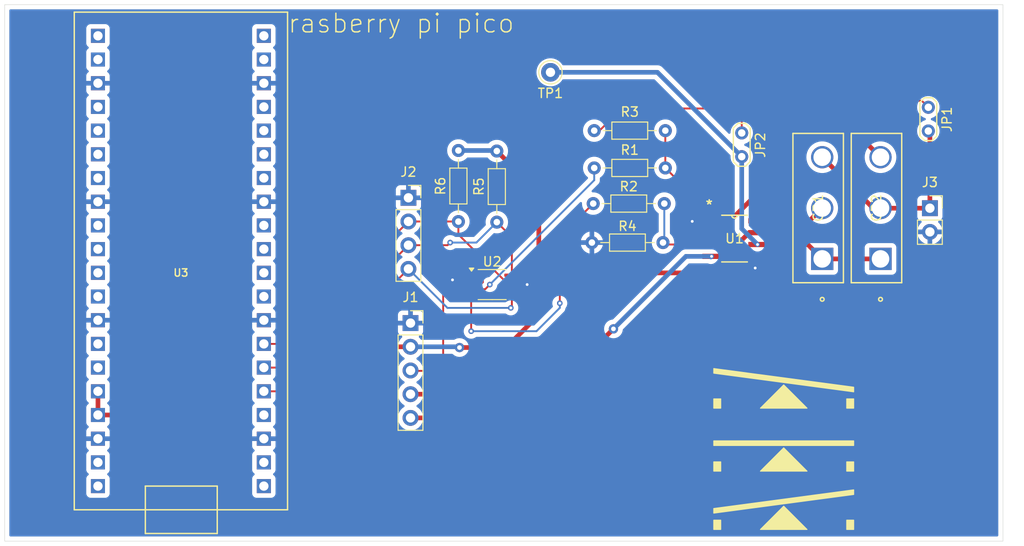
<source format=kicad_pcb>
(kicad_pcb (version 20240108) (generator "pcbnew") (generator_version "8.0")
  (title_block (title "Teeter Totter PCB") (date "2025-02-07") (rev "o"))
  (layers (0 "F.Cu" signal) (31 "B.Cu" signal) (34 "B.Paste" user) (35 "F.Paste" user) (36 "B.SilkS" user "B.Silkscreen") (37 "F.SilkS" user "F.Silkscreen") (38 "B.Mask" user) (39 "F.Mask" user) (44 "Edge.Cuts" user))
  (net 0 "")
  (net 1 "Net-(J3-Pin_1)")
  (net 2 "Net-(JP2-B)")
  (net 3 "+15V")
  (net 4 "-15V")
  (net 5 "GND")
  (net 6 "+5V")
  (net 7 "+3V3")
  (net 8 "Net-(U1-IN+)")
  (net 10 "Net-(U1-IN-)")
  (net 11 "/V1")
  (net 12 "/SCL")
  (net 13 "/SDA")
  (net 14 "/V2")
  (net 15 "/~{LAT}")
  (net 16 "Net-(JP1-A)")
  (footprint "Custom:RASPBERRY_PI_PICO" (layer "F.Cu") (at 102.89 75.24 180)
    (property "Reference" "U3" (at 0 0 0) (layer "F.SilkS") (effects (font (size 0.787402 0.787402))))
    (property "Value" "RASPBERRY_PI_PICO" (hide yes))
    (fp_line (start 11.43 27.94) (end 11.43 -25.4) (stroke (width 0.1524)) (layer "F.SilkS"))
    (fp_line (start 11.43 -25.4) (end -11.43 -25.4) (stroke (width 0.1524)) (layer "F.SilkS"))
    (fp_line (start 3.81 -22.86) (end 3.81 -27.94) (stroke (width 0.1524)) (layer "F.SilkS"))
    (fp_line (start 3.81 -27.94) (end -3.89331 -27.94) (stroke (width 0.1524)) (layer "F.SilkS"))
    (fp_line (start -3.89331 -22.86) (end 3.81 -22.86) (stroke (width 0.1524)) (layer "F.SilkS"))
    (fp_line (start -3.89331 -27.94) (end -3.89331 -22.86) (stroke (width 0.1524)) (layer "F.SilkS"))
    (fp_line (start -11.43 27.94) (end 11.43 27.94) (stroke (width 0.1524)) (layer "F.SilkS"))
    (fp_line (start -11.43 -25.4) (end -11.43 27.94) (stroke (width 0.1524)) (layer "F.SilkS"))
    (fp_text user "rasberry pi pico" (at -23.61 26.74 0) (layer "F.SilkS") (effects (font (size 2 2))))
    (pad "3V3" thru_hole rect (at 8.89 -12.7 180) (size 1.508 1.508) (drill 1) (layers "*.Cu" "*.Mask") (net 7 "+3V3"))
    (pad "3V3_EN" thru_hole rect (at 8.89 -15.24 180) (size 1.508 1.508) (drill 1) (layers "*.Cu" "*.Mask") (net 7 "+3V3"))
    (pad "ADC_VREF" thru_hole rect (at 8.89 -10.16 180) (size 1.508 1.508) (drill 1) (layers "*.Cu" "*.Mask"))
    (pad "AGND" thru_hole rect (at 8.89 -5.08 180) (size 1.508 1.508) (drill 1) (layers "*.Cu" "*.Mask") (net 5 "GND"))
    (pad "GND" thru_hole rect (at 8.89 -17.78 180) (size 1.508 1.508) (drill 1) (layers "*.Cu" "*.Mask") (net 5 "GND"))
    (pad "GND2" thru_hole rect (at 8.89 7.62 180) (size 1.508 1.508) (drill 1) (layers "*.Cu" "*.Mask") (net 5 "GND"))
    (pad "GND3" thru_hole rect (at 8.89 20.32 180) (size 1.508 1.508) (drill 1) (layers "*.Cu" "*.Mask") (net 5 "GND"))
    (pad "GND4" thru_hole rect (at -8.89 -17.78 180) (size 1.508 1.508) (drill 1) (layers "*.Cu" "*.Mask") (net 5 "GND"))
    (pad "GND5" thru_hole rect (at -8.89 -5.08 180) (size 1.508 1.508) (drill 1) (layers "*.Cu" "*.Mask") (net 5 "GND"))
    (pad "GND6" thru_hole rect (at -8.89 7.62 180) (size 1.508 1.508) (drill 1) (layers "*.Cu" "*.Mask") (net 5 "GND"))
    (pad "GND7" thru_hole rect (at -8.89 20.32 180) (size 1.508 1.508) (drill 1) (layers "*.Cu" "*.Mask") (net 5 "GND"))
    (pad "GP0" thru_hole rect (at -8.89 -22.86 180) (size 1.508 1.508) (drill 1) (layers "*.Cu" "*.Mask"))
    (pad "GP1" thru_hole rect (at -8.89 -20.32 180) (size 1.508 1.508) (drill 1) (layers "*.Cu" "*.Mask"))
    (pad "GP2" thru_hole rect (at -8.89 -15.24 180) (size 1.508 1.508) (drill 1) (layers "*.Cu" "*.Mask"))
    (pad "GP3" thru_hole rect (at -8.89 -12.7 180) (size 1.508 1.508) (drill 1) (layers "*.Cu" "*.Mask") (net 15 "/~{LAT}"))
    (pad "GP4" thru_hole rect (at -8.89 -10.16 180) (size 1.508 1.508) (drill 1) (layers "*.Cu" "*.Mask") (net 13 "/SDA"))
    (pad "GP5" thru_hole rect (at -8.89 -7.62 180) (size 1.508 1.508) (drill 1) (layers "*.Cu" "*.Mask") (net 12 "/SCL"))
    (pad "GP6" thru_hole rect (at -8.89 -2.54 180) (size 1.508 1.508) (drill 1) (layers "*.Cu" "*.Mask"))
    (pad "GP7" thru_hole rect (at -8.89 0 180) (size 1.508 1.508) (drill 1) (layers "*.Cu" "*.Mask"))
    (pad "GP8" thru_hole rect (at -8.89 2.54 180) (size 1.508 1.508) (drill 1) (layers "*.Cu" "*.Mask"))
    (pad "GP9" thru_hole rect (at -8.89 5.08 180) (size 1.508 1.508) (drill 1) (layers "*.Cu" "*.Mask"))
    (pad "GP10" thru_hole rect (at -8.89 10.16 180) (size 1.508 1.508) (drill 1) (layers "*.Cu" "*.Mask"))
    (pad "GP11" thru_hole rect (at -8.89 12.7 180) (size 1.508 1.508) (drill 1) (layers "*.Cu" "*.Mask"))
    (pad "GP12" thru_hole rect (at -8.89 15.24 180) (size 1.508 1.508) (drill 1) (layers "*.Cu" "*.Mask"))
    (pad "GP13" thru_hole rect (at -8.89 17.78 180) (size 1.508 1.508) (drill 1) (layers "*.Cu" "*.Mask"))
    (pad "GP14" thru_hole rect (at -8.89 22.86 180) (size 1.508 1.508) (drill 1) (layers "*.Cu" "*.Mask"))
    (pad "GP15" thru_hole rect (at -8.89 25.4 180) (size 1.508 1.508) (drill 1) (layers "*.Cu" "*.Mask"))
    (pad "GP16" thru_hole rect (at 8.89 25.4 180) (size 1.508 1.508) (drill 1) (layers "*.Cu" "*.Mask"))
    (pad "GP17" thru_hole rect (at 8.89 22.86 180) (size 1.508 1.508) (drill 1) (layers "*.Cu" "*.Mask"))
    (pad "GP18" thru_hole rect (at 8.89 17.78 180) (size 1.508 1.508) (drill 1) (layers "*.Cu" "*.Mask"))
    (pad "GP19" thru_hole rect (at 8.89 15.24 180) (size 1.508 1.508) (drill 1) (layers "*.Cu" "*.Mask"))
    (pad "GP20" thru_hole rect (at 8.89 12.7 180) (size 1.508 1.508) (drill 1) (layers "*.Cu" "*.Mask"))
    (pad "GP21" thru_hole rect (at 8.89 10.16 180) (size 1.508 1.508) (drill 1) (layers "*.Cu" "*.Mask"))
    (pad "GP22" thru_hole rect (at 8.89 5.08 180) (size 1.508 1.508) (drill 1) (layers "*.Cu" "*.Mask"))
    (pad "GP26_A0" thru_hole rect (at 8.89 0 180) (size 1.508 1.508) (drill 1) (layers "*.Cu" "*.Mask"))
    (pad "GP27_A1" thru_hole rect (at 8.89 -2.54 180) (size 1.508 1.508) (drill 1) (layers "*.Cu" "*.Mask"))
    (pad "GP28_A2" thru_hole rect (at 8.89 -7.62 180) (size 1.508 1.508) (drill 1) (layers "*.Cu" "*.Mask"))
    (pad "RUN" thru_hole rect (at 8.89 2.54 180) (size 1.508 1.508) (drill 1) (layers "*.Cu" "*.Mask"))
    (pad "VBUS" thru_hole rect (at 8.89 -22.86 180) (size 1.508 1.508) (drill 1) (layers "*.Cu" "*.Mask"))
    (pad "VSYS" thru_hole rect (at 8.89 -20.32 180) (size 1.508 1.508) (drill 1) (layers "*.Cu" "*.Mask"))
  )
  (footprint "Connector_Pin:Pin_D1.0mm_L10.0mm" (layer "F.Cu") (at 142.5 53.75)
    (property "Reference" "TP1" (at 0 2.25 0) (layer "F.SilkS"))
    (property "Value" "TestPoint")
    (fp_circle (center 0 0) (end 1.25 0.05) (stroke (width 0.12)) (fill none) (layer "F.SilkS"))
    (pad "1" thru_hole circle (at 0 0) (size 2 2) (drill 1) (layers "*.Cu" "*.Mask") (net 2 "Net-(JP2-B)"))
  )
  (footprint "Connector_PinSocket_2.54mm:PinSocket_1x04_P2.54mm_Vertical" (layer "F.Cu") (at 127.275 67.2)
    (property "Reference" "J2" (at 0 -2.77 0) (layer "F.SilkS"))
    (property "Value" "Conn_01x04_Socket" (hide yes))
    (fp_line (start -1.33 1.27) (end -1.33 8.95) (stroke (width 0.12)) (layer "F.SilkS"))
    (fp_line (start -1.33 1.27) (end 1.33 1.27) (stroke (width 0.12)) (layer "F.SilkS"))
    (fp_line (start -1.33 8.95) (end 1.33 8.95) (stroke (width 0.12)) (layer "F.SilkS"))
    (fp_line (start 0 -1.33) (end 1.33 -1.33) (stroke (width 0.12)) (layer "F.SilkS"))
    (fp_line (start 1.33 -1.33) (end 1.33 0) (stroke (width 0.12)) (layer "F.SilkS"))
    (fp_line (start 1.33 1.27) (end 1.33 8.95) (stroke (width 0.12)) (layer "F.SilkS"))
    (pad "1" thru_hole rect (at 0 0) (size 1.7 1.7) (drill 1) (layers "*.Cu" "*.Mask") (net 5 "GND"))
    (pad "2" thru_hole oval (at 0 2.54) (size 1.7 1.7) (drill 1) (layers "*.Cu" "*.Mask") (net 12 "/SCL"))
    (pad "3" thru_hole oval (at 0 5.08) (size 1.7 1.7) (drill 1) (layers "*.Cu" "*.Mask") (net 13 "/SDA"))
    (pad "4" thru_hole oval (at 0 7.62) (size 1.7 1.7) (drill 1) (layers "*.Cu" "*.Mask") (net 15 "/~{LAT}"))
  )
  (footprint "TestPoint:TestPoint_2Pads_Pitch2.54mm_Drill0.8mm" (layer "F.Cu") (at 183 57.5 -90)
    (property "Reference" "JP1" (at 1.3 -2 90) (layer "F.SilkS"))
    (property "Value" "Jumper_2_Bridged")
    (fp_line (start -0.53 0.9) (end -1.03 0.4) (stroke (width 0.15)) (layer "F.SilkS"))
    (fp_line (start 3.07 0.9) (end -0.53 0.9) (stroke (width 0.15)) (layer "F.SilkS"))
    (fp_line (start -1.03 0.4) (end -1.03 -0.4) (stroke (width 0.15)) (layer "F.SilkS"))
    (fp_line (start 3.57 0.4) (end 3.07 0.9) (stroke (width 0.15)) (layer "F.SilkS"))
    (fp_line (start -1.03 -0.4) (end -0.53 -0.9) (stroke (width 0.15)) (layer "F.SilkS"))
    (fp_line (start 3.57 -0.4) (end 3.57 0.4) (stroke (width 0.15)) (layer "F.SilkS"))
    (fp_line (start -0.53 -0.9) (end 3.07 -0.9) (stroke (width 0.15)) (layer "F.SilkS"))
    (fp_line (start 3.07 -0.9) (end 3.57 -0.4) (stroke (width 0.15)) (layer "F.SilkS"))
    (pad "1" thru_hole circle (at 0 0 270) (size 1.4 1.4) (drill 0.8) (layers "*.Cu" "*.Mask") (net 16 "Net-(JP1-A)"))
    (pad "2" thru_hole circle (at 2.54 0 270) (size 1.4 1.4) (drill 0.8) (layers "*.Cu" "*.Mask") (net 1 "Net-(J3-Pin_1)"))
  )
  (footprint "Library:TO-247_STM" (layer "F.Cu") (at 177.875 73.75 90)
    (property "Reference" "CR2" (at 5.449999 -0.4318 90) (layer "F.SilkS"))
    (property "Value" "TIP36C")
    (fp_line (start 13.450999 -3.1369) (end -2.551001 -3.1369) (stroke (width 0.1524)) (layer "F.SilkS"))
    (fp_line (start -2.551001 -3.1369) (end -2.551001 2.2733) (stroke (width 0.1524)) (layer "F.SilkS"))
    (fp_line (start 13.450999 2.2733) (end 13.450999 -3.1369) (stroke (width 0.1524)) (layer "F.SilkS"))
    (fp_line (start -2.551001 2.2733) (end 13.450999 2.2733) (stroke (width 0.1524)) (layer "F.SilkS"))
    (fp_circle (center -4.329001 0) (end -4.125801 0) (stroke (width 0.1524)) (fill none) (layer "F.SilkS"))
    (pad "1" thru_hole rect (at 0 0 90) (size 2.3876 2.3876) (drill 1.8796) (layers "*.Cu" "*.Mask") (net 2 "Net-(JP2-B)"))
    (pad "2" thru_hole circle (at 5.449999 0 90) (size 2.3876 2.3876) (drill 1.8796) (layers "*.Cu" "*.Mask") (net 1 "Net-(J3-Pin_1)"))
    (pad "3" thru_hole circle (at 10.899998 0 90) (size 2.3876 2.3876) (drill 1.8796) (layers "*.Cu" "*.Mask") (net 4 "-15V"))
  )
  (footprint "Resistor_THT:R_Axial_DIN0204_L3.6mm_D1.6mm_P7.62mm_Horizontal" (layer "F.Cu") (at 132.631063 69.749235 90)
    (property "Reference" "R6" (at 3.81 -1.92 90) (layer "F.SilkS"))
    (property "Value" "4.7k")
    (fp_line (start 5.73 -0.92) (end 1.89 -0.92) (stroke (width 0.12)) (layer "F.SilkS"))
    (fp_line (start 1.89 -0.92) (end 1.89 0.92) (stroke (width 0.12)) (layer "F.SilkS"))
    (fp_line (start 6.68 0) (end 5.73 0) (stroke (width 0.12)) (layer "F.SilkS"))
    (fp_line (start 0.94 0) (end 1.89 0) (stroke (width 0.12)) (layer "F.SilkS"))
    (fp_line (start 5.73 0.92) (end 5.73 -0.92) (stroke (width 0.12)) (layer "F.SilkS"))
    (fp_line (start 1.89 0.92) (end 5.73 0.92) (stroke (width 0.12)) (layer "F.SilkS"))
    (pad "1" thru_hole circle (at 0 0 90) (size 1.4 1.4) (drill 0.7) (layers "*.Cu" "*.Mask") (net 12 "/SCL"))
    (pad "2" thru_hole oval (at 7.62 0 90) (size 1.4 1.4) (drill 0.7) (layers "*.Cu" "*.Mask") (net 7 "+3V3"))
  )
  (footprint "Connector_PinSocket_2.54mm:PinSocket_1x05_P2.54mm_Vertical" (layer "F.Cu") (at 127.5 80.63)
    (property "Reference" "J1" (at 0 -2.77 0) (layer "F.SilkS"))
    (property "Value" "Conn_01x05_Socket" (hide yes))
    (fp_line (start -1.33 1.27) (end -1.33 11.49) (stroke (width 0.12)) (layer "F.SilkS"))
    (fp_line (start -1.33 1.27) (end 1.33 1.27) (stroke (width 0.12)) (layer "F.SilkS"))
    (fp_line (start -1.33 11.49) (end 1.33 11.49) (stroke (width 0.12)) (layer "F.SilkS"))
    (fp_line (start 0 -1.33) (end 1.33 -1.33) (stroke (width 0.12)) (layer "F.SilkS"))
    (fp_line (start 1.33 -1.33) (end 1.33 0) (stroke (width 0.12)) (layer "F.SilkS"))
    (fp_line (start 1.33 1.27) (end 1.33 11.49) (stroke (width 0.12)) (layer "F.SilkS"))
    (pad "1" thru_hole rect (at 0 0) (size 1.7 1.7) (drill 1) (layers "*.Cu" "*.Mask") (net 5 "GND"))
    (pad "2" thru_hole oval (at 0 2.54) (size 1.7 1.7) (drill 1) (layers "*.Cu" "*.Mask") (net 7 "+3V3"))
    (pad "3" thru_hole oval (at 0 5.08) (size 1.7 1.7) (drill 1) (layers "*.Cu" "*.Mask") (net 6 "+5V"))
    (pad "4" thru_hole oval (at 0 7.62) (size 1.7 1.7) (drill 1) (layers "*.Cu" "*.Mask") (net 3 "+15V"))
    (pad "5" thru_hole oval (at 0 10.16) (size 1.7 1.7) (drill 1) (layers "*.Cu" "*.Mask") (net 4 "-15V"))
  )
  (footprint "Connector_PinSocket_2.54mm:PinSocket_1x02_P2.54mm_Vertical" (layer "F.Cu") (at 183.166431 68.315247)
    (property "Reference" "J3" (at 0 -2.77 0) (layer "F.SilkS"))
    (property "Value" "Conn_01x02_Socket")
    (fp_line (start -1.33 1.27) (end -1.33 3.87) (stroke (width 0.12)) (layer "F.SilkS"))
    (fp_line (start -1.33 1.27) (end 1.33 1.27) (stroke (width 0.12)) (layer "F.SilkS"))
    (fp_line (start -1.33 3.87) (end 1.33 3.87) (stroke (width 0.12)) (layer "F.SilkS"))
    (fp_line (start 0 -1.33) (end 1.33 -1.33) (stroke (width 0.12)) (layer "F.SilkS"))
    (fp_line (start 1.33 -1.33) (end 1.33 0) (stroke (width 0.12)) (layer "F.SilkS"))
    (fp_line (start 1.33 1.27) (end 1.33 3.87) (stroke (width 0.12)) (layer "F.SilkS"))
    (pad "1" thru_hole rect (at 0 0) (size 1.7 1.7) (drill 1) (layers "*.Cu" "*.Mask") (net 1 "Net-(J3-Pin_1)"))
    (pad "2" thru_hole oval (at 0 2.54) (size 1.7 1.7) (drill 1) (layers "*.Cu" "*.Mask") (net 5 "GND"))
  )
  (footprint "Resistor_THT:R_Axial_DIN0204_L3.6mm_D1.6mm_P7.62mm_Horizontal" (layer "F.Cu") (at 154.701753 67.81973 180)
    (property "Reference" "R2" (at 3.81 1.81973 0) (layer "F.SilkS"))
    (property "Value" "10k" (hide yes))
    (fp_line (start 6.68 0) (end 5.73 0) (stroke (width 0.12)) (layer "F.SilkS"))
    (fp_line (start 5.73 0.92) (end 5.73 -0.92) (stroke (width 0.12)) (layer "F.SilkS"))
    (fp_line (start 5.73 -0.92) (end 1.89 -0.92) (stroke (width 0.12)) (layer "F.SilkS"))
    (fp_line (start 1.89 0.92) (end 5.73 0.92) (stroke (width 0.12)) (layer "F.SilkS"))
    (fp_line (start 1.89 -0.92) (end 1.89 0.92) (stroke (width 0.12)) (layer "F.SilkS"))
    (fp_line (start 0.94 0) (end 1.89 0) (stroke (width 0.12)) (layer "F.SilkS"))
    (pad "1" thru_hole circle (at 0 0 180) (size 1.4 1.4) (drill 0.7) (layers "*.Cu" "*.Mask") (net 8 "Net-(U1-IN+)"))
    (pad "2" thru_hole oval (at 7.62 0 180) (size 1.4 1.4) (drill 0.7) (layers "*.Cu" "*.Mask") (net 14 "/V2"))
  )
  (footprint "Library:TO-247_STM" (layer "F.Cu") (at 171.625 73.75 90)
    (property "Reference" "CR1" (at 5.449999 -0.4318 90) (layer "F.SilkS"))
    (property "Value" "TIP35C")
    (fp_line (start 13.450999 -3.1369) (end -2.551001 -3.1369) (stroke (width 0.1524)) (layer "F.SilkS"))
    (fp_line (start -2.551001 -3.1369) (end -2.551001 2.2733) (stroke (width 0.1524)) (layer "F.SilkS"))
    (fp_line (start 13.450999 2.2733) (end 13.450999 -3.1369) (stroke (width 0.1524)) (layer "F.SilkS"))
    (fp_line (start -2.551001 2.2733) (end 13.450999 2.2733) (stroke (width 0.1524)) (layer "F.SilkS"))
    (fp_circle (center -4.329001 0) (end -4.125801 0) (stroke (width 0.1524)) (fill none) (layer "F.SilkS"))
    (pad "1" thru_hole rect (at 0 0 90) (size 2.3876 2.3876) (drill 1.8796) (layers "*.Cu" "*.Mask") (net 2 "Net-(JP2-B)"))
    (pad "2" thru_hole circle (at 5.449999 0 90) (size 2.3876 2.3876) (drill 1.8796) (layers "*.Cu" "*.Mask") (net 3 "+15V"))
    (pad "3" thru_hole circle (at 10.899998 0 90) (size 2.3876 2.3876) (drill 1.8796) (layers "*.Cu" "*.Mask") (net 1 "Net-(J3-Pin_1)"))
  )
  (footprint "Resistor_THT:R_Axial_DIN0204_L3.6mm_D1.6mm_P7.62mm_Horizontal" (layer "F.Cu") (at 136.75 69.81 90)
    (property "Reference" "R5" (at 3.81 -1.92 90) (layer "F.SilkS"))
    (property "Value" "4.7k")
    (fp_line (start 5.73 -0.92) (end 1.89 -0.92) (stroke (width 0.12)) (layer "F.SilkS"))
    (fp_line (start 1.89 -0.92) (end 1.89 0.92) (stroke (width 0.12)) (layer "F.SilkS"))
    (fp_line (start 6.68 0) (end 5.73 0) (stroke (width 0.12)) (layer "F.SilkS"))
    (fp_line (start 0.94 0) (end 1.89 0) (stroke (width 0.12)) (layer "F.SilkS"))
    (fp_line (start 5.73 0.92) (end 5.73 -0.92) (stroke (width 0.12)) (layer "F.SilkS"))
    (fp_line (start 1.89 0.92) (end 5.73 0.92) (stroke (width 0.12)) (layer "F.SilkS"))
    (pad "1" thru_hole circle (at 0 0 90) (size 1.4 1.4) (drill 0.7) (layers "*.Cu" "*.Mask") (net 13 "/SDA"))
    (pad "2" thru_hole oval (at 7.62 0 90) (size 1.4 1.4) (drill 0.7) (layers "*.Cu" "*.Mask") (net 7 "+3V3"))
  )
  (footprint "TestPoint:TestPoint_2Pads_Pitch2.54mm_Drill0.8mm" (layer "F.Cu") (at 163 60.25 -90)
    (property "Reference" "JP2" (at 1.3 -2 90) (layer "F.SilkS"))
    (property "Value" "Jumper_2_Bridged")
    (fp_line (start -0.53 0.9) (end -1.03 0.4) (stroke (width 0.15)) (layer "F.SilkS"))
    (fp_line (start 3.07 0.9) (end -0.53 0.9) (stroke (width 0.15)) (layer "F.SilkS"))
    (fp_line (start -1.03 0.4) (end -1.03 -0.4) (stroke (width 0.15)) (layer "F.SilkS"))
    (fp_line (start 3.57 0.4) (end 3.07 0.9) (stroke (width 0.15)) (layer "F.SilkS"))
    (fp_line (start -1.03 -0.4) (end -0.53 -0.9) (stroke (width 0.15)) (layer "F.SilkS"))
    (fp_line (start 3.57 -0.4) (end 3.57 0.4) (stroke (width 0.15)) (layer "F.SilkS"))
    (fp_line (start -0.53 -0.9) (end 3.07 -0.9) (stroke (width 0.15)) (layer "F.SilkS"))
    (fp_line (start 3.07 -0.9) (end 3.57 -0.4) (stroke (width 0.15)) (layer "F.SilkS"))
    (pad "1" thru_hole circle (at 0 0 270) (size 1.4 1.4) (drill 0.8) (layers "*.Cu" "*.Mask") (net 16 "Net-(JP1-A)"))
    (pad "2" thru_hole circle (at 2.54 0 270) (size 1.4 1.4) (drill 0.8) (layers "*.Cu" "*.Mask") (net 2 "Net-(JP2-B)"))
  )
  (footprint "Resistor_THT:R_Axial_DIN0204_L3.6mm_D1.6mm_P7.62mm_Horizontal" (layer "F.Cu") (at 147.19 64)
    (property "Reference" "R1" (at 3.81 -1.92 0) (layer "F.SilkS"))
    (property "Value" "10k" (hide yes))
    (fp_line (start 0.94 0) (end 1.89 0) (stroke (width 0.12)) (layer "F.SilkS"))
    (fp_line (start 1.89 -0.92) (end 1.89 0.92) (stroke (width 0.12)) (layer "F.SilkS"))
    (fp_line (start 1.89 0.92) (end 5.73 0.92) (stroke (width 0.12)) (layer "F.SilkS"))
    (fp_line (start 5.73 -0.92) (end 1.89 -0.92) (stroke (width 0.12)) (layer "F.SilkS"))
    (fp_line (start 5.73 0.92) (end 5.73 -0.92) (stroke (width 0.12)) (layer "F.SilkS"))
    (fp_line (start 6.68 0) (end 5.73 0) (stroke (width 0.12)) (layer "F.SilkS"))
    (pad "1" thru_hole circle (at 0 0) (size 1.4 1.4) (drill 0.7) (layers "*.Cu" "*.Mask") (net 11 "/V1"))
    (pad "2" thru_hole oval (at 7.62 0) (size 1.4 1.4) (drill 0.7) (layers "*.Cu" "*.Mask") (net 10 "Net-(U1-IN-)"))
  )
  (footprint "Library:D8" (layer "F.Cu") (at 162.2294 71.572101)
    (property "Reference" "U1" (at 0 0 0) (layer "F.SilkS"))
    (property "Value" "UA741CDR")
    (fp_line (start -1.373653 2.5019) (end 1.373653 2.5019) (stroke (width 0.1524)) (layer "F.SilkS"))
    (fp_line (start 1.373653 -2.5019) (end -1.373653 -2.5019) (stroke (width 0.1524)) (layer "F.SilkS"))
    (fp_arc (start 0.3048 -2.5019) (mid 0 -2.1971) (end -0.3048 -2.5019) (stroke (width 0.1524)) (layer "F.SilkS"))
    (fp_text user "*" (at -2.7178 -3.6068 0) (layer "F.SilkS"))
    (fp_text user "*" (at -2.7178 -3.6068 0) (layer "F.SilkS"))
    (pad "1" smd rect (at -2.4638 -1.905) (size 1.9812 0.5588) (layers "F.Cu" "F.Paste" "F.Mask") (net 5 "GND"))
    (pad "2" smd rect (at -2.4638 -0.635) (size 1.9812 0.5588) (layers "F.Cu" "F.Paste" "F.Mask") (net 10 "Net-(U1-IN-)"))
    (pad "3" smd rect (at -2.4638 0.635) (size 1.9812 0.5588) (layers "F.Cu" "F.Paste" "F.Mask") (net 8 "Net-(U1-IN+)"))
    (pad "4" smd rect (at -2.4638 1.905) (size 1.9812 0.5588) (layers "F.Cu" "F.Paste" "F.Mask") (net 4 "-15V"))
    (pad "5" smd rect (at 2.4638 1.905) (size 1.9812 0.5588) (layers "F.Cu" "F.Paste" "F.Mask") (net 5 "GND"))
    (pad "6" smd rect (at 2.4638 0.635) (size 1.9812 0.5588) (layers "F.Cu" "F.Paste" "F.Mask") (net 2 "Net-(JP2-B)"))
    (pad "7" smd rect (at 2.4638 -0.635) (size 1.9812 0.5588) (layers "F.Cu" "F.Paste" "F.Mask") (net 3 "+15V"))
    (pad "8" smd rect (at 2.4638 -1.905) (size 1.9812 0.5588) (layers "F.Cu" "F.Paste" "F.Mask"))
  )
  (footprint "Resistor_THT:R_Axial_DIN0204_L3.6mm_D1.6mm_P7.62mm_Horizontal" (layer "F.Cu") (at 154.56 72 180)
    (property "Reference" "R4" (at 3.81 1.75 0) (layer "F.SilkS"))
    (property "Value" "30k" (hide yes))
    (fp_line (start 6.68 0) (end 5.73 0) (stroke (width 0.12)) (layer "F.SilkS"))
    (fp_line (start 5.73 0.92) (end 5.73 -0.92) (stroke (width 0.12)) (layer "F.SilkS"))
    (fp_line (start 5.73 -0.92) (end 1.89 -0.92) (stroke (width 0.12)) (layer "F.SilkS"))
    (fp_line (start 1.89 0.92) (end 5.73 0.92) (stroke (width 0.12)) (layer "F.SilkS"))
    (fp_line (start 1.89 -0.92) (end 1.89 0.92) (stroke (width 0.12)) (layer "F.SilkS"))
    (fp_line (start 0.94 0) (end 1.89 0) (stroke (width 0.12)) (layer "F.SilkS"))
    (pad "1" thru_hole circle (at 0 0 180) (size 1.4 1.4) (drill 0.7) (layers "*.Cu" "*.Mask") (net 8 "Net-(U1-IN+)"))
    (pad "2" thru_hole oval (at 7.62 0 180) (size 1.4 1.4) (drill 0.7) (layers "*.Cu" "*.Mask") (net 5 "GND"))
  )
  (footprint "Package_SO:MSOP-10_3x3mm_P0.5mm" (layer "F.Cu") (at 136.25 76.5)
    (property "Reference" "U2" (at 0 -2.45 0) (layer "F.SilkS"))
    (property "Value" "MCP47CVB22-E/UN" (hide yes))
    (fp_line (start 0 -1.61) (end -1.5 -1.61) (stroke (width 0.12)) (layer "F.SilkS"))
    (fp_line (start 0 -1.61) (end 1.5 -1.61) (stroke (width 0.12)) (layer "F.SilkS"))
    (fp_line (start 0 1.61) (end -1.5 1.61) (stroke (width 0.12)) (layer "F.SilkS"))
    (fp_line (start 0 1.61) (end 1.5 1.61) (stroke (width 0.12)) (layer "F.SilkS"))
    (fp_poly (pts (xy -2.2125 -1.435) (xy -2.4525 -1.765) (xy -1.9725 -1.765) (xy -2.2125 -1.435)) (stroke (width 0.12)) (fill solid) (layer "F.SilkS"))
    (pad "1" smd roundrect (at -2.1125 -1) (size 1.625 0.35) (layers "F.Cu" "F.Paste" "F.Mask") (net 6 "+5V"))
    (pad "2" smd roundrect (at -2.1125 -0.5) (size 1.625 0.35) (layers "F.Cu" "F.Paste" "F.Mask") (net 5 "GND"))
    (pad "3" smd roundrect (at -2.1125 0) (size 1.625 0.35) (layers "F.Cu" "F.Paste" "F.Mask") (net 6 "+5V"))
    (pad "4" smd roundrect (at -2.1125 0.5) (size 1.625 0.35) (layers "F.Cu" "F.Paste" "F.Mask") (net 11 "/V1"))
    (pad "5" smd roundrect (at -2.1125 1) (size 1.625 0.35) (layers "F.Cu" "F.Paste" "F.Mask") (net 14 "/V2"))
    (pad "6" smd roundrect (at 2.1125 1) (size 1.625 0.35) (layers "F.Cu" "F.Paste" "F.Mask") (net 15 "/~{LAT}"))
    (pad "7" smd roundrect (at 2.1125 0.5) (size 1.625 0.35) (layers "F.Cu" "F.Paste" "F.Mask") (net 5 "GND"))
    (pad "8" smd roundrect (at 2.1125 0) (size 1.625 0.35) (layers "F.Cu" "F.Paste" "F.Mask") (net 5 "GND"))
    (pad "9" smd roundrect (at 2.1125 -0.5) (size 1.625 0.35) (layers "F.Cu" "F.Paste" "F.Mask") (net 12 "/SCL"))
    (pad "10" smd roundrect (at 2.1125 -1) (size 1.625 0.35) (layers "F.Cu" "F.Paste" "F.Mask") (net 13 "/SDA"))
  )
  (footprint "Resistor_THT:R_Axial_DIN0204_L3.6mm_D1.6mm_P7.62mm_Horizontal" (layer "F.Cu") (at 154.81 60 180)
    (property "Reference" "R3" (at 3.81 2 0) (layer "F.SilkS"))
    (property "Value" "30k" (hide yes))
    (fp_line (start 6.68 0) (end 5.73 0) (stroke (width 0.12)) (layer "F.SilkS"))
    (fp_line (start 5.73 0.92) (end 5.73 -0.92) (stroke (width 0.12)) (layer "F.SilkS"))
    (fp_line (start 5.73 -0.92) (end 1.89 -0.92) (stroke (width 0.12)) (layer "F.SilkS"))
    (fp_line (start 1.89 0.92) (end 5.73 0.92) (stroke (width 0.12)) (layer "F.SilkS"))
    (fp_line (start 1.89 -0.92) (end 1.89 0.92) (stroke (width 0.12)) (layer "F.SilkS"))
    (fp_line (start 0.94 0) (end 1.89 0) (stroke (width 0.12)) (layer "F.SilkS"))
    (pad "1" thru_hole circle (at 0 0 180) (size 1.4 1.4) (drill 0.7) (layers "*.Cu" "*.Mask") (net 10 "Net-(U1-IN-)"))
    (pad "2" thru_hole oval (at 7.62 0 180) (size 1.4 1.4) (drill 0.7) (layers "*.Cu" "*.Mask") (net 16 "Net-(JP1-A)"))
  )
  (gr_poly (pts (xy 160.75 88.75) (xy 160.75 89.75) (xy 160 89.75) (xy 160 88.75)) (stroke (width 0.1)) (fill solid) (layer "F.SilkS"))
  (gr_poly (pts (xy 175 88.75) (xy 175 89.75) (xy 174.25 89.75) (xy 174.25 88.75)) (stroke (width 0.1)) (fill solid) (layer "F.SilkS"))
  (gr_poly (pts (xy 160.75 101.75) (xy 160.75 102.75) (xy 160 102.75) (xy 160 101.75)) (stroke (width 0.1)) (fill solid) (layer "F.SilkS"))
  (gr_poly (pts (xy 167.5 100.25) (xy 165 102.75) (xy 170 102.75)) (stroke (width 0.1)) (fill solid) (layer "F.SilkS"))
  (gr_poly (pts (xy 175 99) (xy 175 98.5) (xy 160 100.5) (xy 160 101)) (stroke (width 0.1)) (fill solid) (layer "F.SilkS"))
  (gr_poly (pts (xy 175 88) (xy 175 87.5) (xy 160 85.5) (xy 160 86)) (stroke (width 0.1)) (fill solid) (layer "F.SilkS"))
  (gr_poly (pts (xy 175 93.75) (xy 175 93.25) (xy 160 93.25) (xy 160 93.75)) (stroke (width 0.1)) (fill solid) (layer "F.SilkS"))
  (gr_poly (pts (xy 167.5 94) (xy 165 96.5) (xy 170 96.5)) (stroke (width 0.1)) (fill solid) (layer "F.SilkS"))
  (gr_poly (pts (xy 167.5 87.25) (xy 165 89.75) (xy 170 89.75)) (stroke (width 0.1)) (fill solid) (layer "F.SilkS"))
  (gr_poly (pts (xy 175 101.75) (xy 175 102.75) (xy 174.25 102.75) (xy 174.25 101.75)) (stroke (width 0.1)) (fill solid) (layer "F.SilkS"))
  (gr_poly (pts (xy 175 95.5) (xy 175 96.5) (xy 174.25 96.5) (xy 174.25 95.5)) (stroke (width 0.1)) (fill solid) (layer "F.SilkS"))
  (gr_poly (pts (xy 160.75 95.5) (xy 160.75 96.5) (xy 160 96.5) (xy 160 95.5)) (stroke (width 0.1)) (fill solid) (layer "F.SilkS"))
  (gr_rect (start 84 46.5) (end 191 104) (stroke (width 0.05)) (fill none) (layer "Edge.Cuts"))
  (segment (start 183.166431 68.315247) (end 183.166431 60.206431) (width 0.5) (layer "F.Cu") (net 1))
  (segment (start 178.0161 68.300001) (end 178.031346 68.315247) (width 0.5) (layer "F.Cu") (net 1))
  (segment (start 171.625 62.850002) (end 177.074999 68.300001) (width 0.5) (layer "F.Cu") (net 1))
  (segment (start 177.875 68.300001) (end 178.0161 68.300001) (width 0.5) (layer "F.Cu") (net 1))
  (segment (start 178.031346 68.315247) (end 183.166431 68.315247) (width 0.5) (layer "F.Cu") (net 1))
  (segment (start 183.166431 60.206431) (end 183 60.04) (width 0.5) (layer "F.Cu") (net 1))
  (segment (start 177.074999 68.300001) (end 177.875 68.300001) (width 0.5) (layer "F.Cu") (net 1))
  (segment (start 170.082101 72.207101) (end 171.625 73.75) (width 0.5) (layer "F.Cu") (net 2))
  (segment (start 177.875 73.75) (end 171.625 73.75) (width 0.5) (layer "F.Cu") (net 2))
  (segment (start 163.982 72.207101) (end 164.6932 72.207101) (width 0.2) (layer "F.Cu") (net 2))
  (segment (start 164.6932 72.207101) (end 170.082101 72.207101) (width 0.5) (layer "F.Cu") (net 2))
  (via (at 164.6932 72.207101) (size 0.5) (drill 0.3) (layers "F.Cu" "B.Cu") (net 2))
  (segment (start 163 70.513901) (end 163 62.79) (width 0.5) (layer "B.Cu") (net 2))
  (segment (start 164.6932 72.207101) (end 163 70.513901) (width 0.5) (layer "B.Cu") (net 2))
  (segment (start 153.96 53.75) (end 142.5 53.75) (width 0.5) (layer "B.Cu") (net 2))
  (segment (start 163 62.79) (end 153.96 53.75) (width 0.5) (layer "B.Cu") (net 2))
  (segment (start 162.1932 74.477101) (end 162.1932 72.537101) (width 0.5) (layer "F.Cu") (net 3))
  (segment (start 163.7932 70.937101) (end 164.6932 70.937101) (width 0.5) (layer "F.Cu") (net 3))
  (segment (start 127.5 88.25) (end 138.75 88.25) (width 0.5) (layer "F.Cu") (net 3))
  (segment (start 162.1932 72.537101) (end 163.7932 70.937101) (width 0.5) (layer "F.Cu") (net 3))
  (segment (start 161.420301 75.25) (end 162.1932 74.477101) (width 0.5) (layer "F.Cu") (net 3))
  (segment (start 151.75 75.25) (end 161.420301 75.25) (width 0.5) (layer "F.Cu") (net 3))
  (segment (start 138.75 88.25) (end 151.75 75.25) (width 0.5) (layer "F.Cu") (net 3))
  (segment (start 164.6932 70.937101) (end 168.9879 70.937101) (width 0.5) (layer "F.Cu") (net 3))
  (segment (start 168.9879 70.937101) (end 171.625 68.300001) (width 0.5) (layer "F.Cu") (net 3))
  (segment (start 161.2062 70.214101) (end 166.9432 64.477101) (width 0.5) (layer "F.Cu") (net 4))
  (segment (start 166.9432 57.977101) (end 173.002099 57.977101) (width 0.5) (layer "F.Cu") (net 4))
  (segment (start 160.6656 73.477101) (end 161.2062 72.936501) (width 0.5) (layer "F.Cu") (net 4))
  (segment (start 139.71 90.79) (end 149.25 81.25) (width 0.5) (layer "F.Cu") (net 4))
  (segment (start 159.7656 73.477101) (end 160.6656 73.477101) (width 0.5) (layer "F.Cu") (net 4))
  (segment (start 127.5 90.79) (end 139.71 90.79) (width 0.5) (layer "F.Cu") (net 4))
  (segment (start 173.002099 57.977101) (end 177.875 62.850002) (width 0.5) (layer "F.Cu") (net 4))
  (segment (start 161.2062 72.936501) (end 161.2062 70.214101) (width 0.5) (layer "F.Cu") (net 4))
  (segment (start 166.9432 64.477101) (end 166.9432 57.977101) (width 0.5) (layer "F.Cu") (net 4))
  (via (at 149.25 81.25) (size 1) (drill 0.5) (layers "F.Cu" "B.Cu") (net 4))
  (via (at 159.7656 73.477101) (size 0.5) (drill 0.3) (layers "F.Cu" "B.Cu") (net 4))
  (segment (start 149.25 81.25) (end 157.022899 73.477101) (width 0.5) (layer "B.Cu") (net 4))
  (segment (start 157.022899 73.477101) (end 159.7656 73.477101) (width 0.5) (layer "B.Cu") (net 4))
  (segment (start 159.6932 73.549501) (end 159.7656 73.477101) (width 0.5) (layer "B.Cu") (net 4))
  (segment (start 159.7656 69.667101) (end 157.7532 69.667101) (width 0.2) (layer "F.Cu") (net 5))
  (segment (start 138.3625 76.5) (end 140 76.5) (width 0.2) (layer "F.Cu") (net 5))
  (segment (start 164.6932 73.477101) (end 164.6932 74.477101) (width 0.2) (layer "F.Cu") (net 5))
  (segment (start 134.1375 76) (end 132 76) (width 0.2) (layer "F.Cu") (net 5))
  (segment (start 138.3625 77) (end 138.3625 76.5) (width 0.2) (layer "F.Cu") (net 5))
  (segment (start 157.7532 69.667101) (end 157.6932 69.727101) (width 0.2) (layer "F.Cu") (net 5))
  (segment (start 164.6932 74.477101) (end 164.4432 74.727101) (width 0.2) (layer "F.Cu") (net 5))
  (via (at 132 76) (size 0.6) (drill 0.3) (layers "F.Cu" "B.Cu") (net 5))
  (via (at 164.4432 74.727101) (size 0.6) (drill 0.3) (layers "F.Cu" "B.Cu") (net 5))
  (via (at 140 76.5) (size 0.6) (drill 0.3) (layers "F.Cu" "B.Cu") (net 5))
  (via (at 157.6932 69.727101) (size 0.6) (drill 0.3) (layers "F.Cu" "B.Cu") (net 5))
  (segment (start 131.25 77.25) (end 131.598529 77.25) (width 0.2) (layer "F.Cu") (net 6))
  (segment (start 135.25 76.250432) (end 135.000432 76.5) (width 0.2) (layer "F.Cu") (net 6))
  (segment (start 131.598529 77.25) (end 132.348529 76.5) (width 0.2) (layer "F.Cu") (net 6))
  (segment (start 135.000432 76.5) (end 134.1375 76.5) (width 0.2) (layer "F.Cu") (net 6))
  (segment (start 134.1375 75.5) (end 135.000432 75.5) (width 0.2) (layer "F.Cu") (net 6))
  (segment (start 127.5 85.71) (end 127.54 85.75) (width 0.2) (layer "F.Cu") (net 6))
  (segment (start 129.5 85.75) (end 131 84.25) (width 0.2) (layer "F.Cu") (net 6))
  (segment (start 135.25 75.749568) (end 135.25 76.250432) (width 0.2) (layer "F.Cu") (net 6))
  (segment (start 135.000432 75.5) (end 135.25 75.749568) (width 0.2) (layer "F.Cu") (net 6))
  (segment (start 132.348529 76.5) (end 134.1375 76.5) (width 0.2) (layer "F.Cu") (net 6))
  (segment (start 131 77.5) (end 131.25 77.25) (width 0.2) (layer "F.Cu") (net 6))
  (segment (start 131 84.25) (end 131 77.5) (width 0.2) (layer "F.Cu") (net 6))
  (segment (start 127.54 85.75) (end 129.5 85.75) (width 0.2) (layer "F.Cu") (net 6))
  (segment (start 94 90.48) (end 100.48 90.48) (width 0.5) (layer "F.Cu") (net 7))
  (segment (start 120 88.831522) (end 125.661522 83.17) (width 0.5) (layer "F.Cu") (net 7))
  (segment (start 94 87.94) (end 94 90.48) (width 0.5) (layer "F.Cu") (net 7))
  (segment (start 137.75 83.25) (end 141.25 79.75) (width 0.5) (layer "F.Cu") (net 7))
  (segment (start 100.48 90.48) (end 111.5 101.5) (width 0.5) (layer "F.Cu") (net 7))
  (segment (start 120 96) (end 120 88.831522) (width 0.5) (layer "F.Cu") (net 7))
  (segment (start 111.5 101.5) (end 114.5 101.5) (width 0.5) (layer "F.Cu") (net 7))
  (segment (start 132.75 83.25) (end 137.75 83.25) (width 0.5) (layer "F.Cu") (net 7))
  (segment (start 141.25 79.75) (end 141.25 66.69) (width 0.5) (layer "F.Cu") (net 7))
  (segment (start 125.661522 83.17) (end 127.5 83.17) (width 0.5) (layer "F.Cu") (net 7))
  (segment (start 141.25 66.69) (end 136.75 62.19) (width 0.5) (layer "F.Cu") (net 7))
  (segment (start 114.5 101.5) (end 120 96) (width 0.5) (layer "F.Cu") (net 7))
  (via (at 132.75 83.25) (size 1) (drill 0.5) (layers "F.Cu" "B.Cu") (net 7))
  (segment (start 127.5 83.17) (end 132.67 83.17) (width 0.5) (layer "B.Cu") (net 7))
  (segment (start 132.67 83.17) (end 132.75 83.25) (width 0.5) (layer "B.Cu") (net 7))
  (segment (start 136.689235 62.129235) (end 136.75 62.19) (width 0.5) (layer "B.Cu") (net 7))
  (segment (start 132.631063 62.129235) (end 136.689235 62.129235) (width 0.5) (layer "B.Cu") (net 7))
  (segment (start 154.767101 72.207101) (end 154.56 72) (width 0.2) (layer "F.Cu") (net 8))
  (segment (start 159.7656 72.207101) (end 154.767101 72.207101) (width 0.2) (layer "F.Cu") (net 8))
  (segment (start 154.701753 71.858247) (end 154.56 72) (width 0.2) (layer "B.Cu") (net 8))
  (segment (start 154.701753 67.81973) (end 154.701753 71.858247) (width 0.2) (layer "B.Cu") (net 8))
  (segment (start 154.81 64) (end 154.81 60) (width 0.2) (layer "F.Cu") (net 10))
  (segment (start 154.81 64) (end 156.93 66.12) (width 0.2) (layer "F.Cu") (net 10))
  (segment (start 157.7844 70.937101) (end 159.7656 70.937101) (width 0.2) (layer "F.Cu") (net 10))
  (segment (start 156.93 66.12) (end 156.93 70.082701) (width 0.2) (layer "F.Cu") (net 10))
  (segment (start 156.93 70.082701) (end 157.7844 70.937101) (width 0.2) (layer "F.Cu") (net 10))
  (segment (start 134.1375 77) (end 135.5 77) (width 0.2) (layer "F.Cu") (net 11))
  (segment (start 135.5 77) (end 136 76.5) (width 0.2) (layer "F.Cu") (net 11))
  (via (at 136 76.5) (size 0.6) (drill 0.3) (layers "F.Cu" "B.Cu") (net 11))
  (segment (start 136 76.5) (end 147.19 65.31) (width 0.2) (layer "B.Cu") (net 11))
  (segment (start 147.19 65.31) (end 147.19 64) (width 0.2) (layer "B.Cu") (net 11))
  (segment (start 111.78 82.86) (end 114.155 82.86) (width 0.2) (layer "F.Cu") (net 12))
  (segment (start 132.621828 69.74) (end 132.631063 69.749235) (width 0.2) (layer "F.Cu") (net 12))
  (segment (start 137.499568 76) (end 138.3625 76) (width 0.2) (layer "F.Cu") (net 12))
  (segment (start 132.631063 69.749235) (end 132.631063 71.131495) (width 0.2) (layer "F.Cu") (net 12))
  (segment (start 127.275 69.74) (end 132.621828 69.74) (width 0.2) (layer "F.Cu") (net 12))
  (segment (start 132.631063 71.131495) (end 137.499568 76) (width 0.2) (layer "F.Cu") (net 12))
  (segment (start 114.155 82.86) (end 127.275 69.74) (width 0.2) (layer "F.Cu") (net 12))
  (segment (start 138.3625 71.4225) (end 138.3625 75.5) (width 0.2) (layer "F.Cu") (net 13))
  (segment (start 127.275 72.28) (end 131.47 72.28) (width 0.2) (layer "F.Cu") (net 13))
  (segment (start 131.47 72.28) (end 131.75 72) (width 0.2) (layer "F.Cu") (net 13))
  (segment (start 114.155 85.4) (end 127.275 72.28) (width 0.2) (layer "F.Cu") (net 13))
  (segment (start 136.75 69.81) (end 138.3625 71.4225) (width 0.2) (layer "F.Cu") (net 13))
  (segment (start 111.78 85.4) (end 114.155 85.4) (width 0.2) (layer "F.Cu") (net 13))
  (via (at 131.75 72) (size 0.6) (drill 0.3) (layers "F.Cu" "B.Cu") (net 13))
  (segment (start 131.75 72) (end 134.56 72) (width 0.2) (layer "B.Cu") (net 13))
  (segment (start 134.56 72) (end 136.75 69.81) (width 0.2) (layer "B.Cu") (net 13))
  (segment (start 134 77.6375) (end 134.1375 77.5) (width 0.2) (layer "F.Cu") (net 14))
  (segment (start 134 81.5) (end 134 77.6375) (width 0.2) (layer "F.Cu") (net 14))
  (segment (start 143.5 71.401483) (end 147.081753 67.81973) (width 0.2) (layer "F.Cu") (net 14))
  (segment (start 143.5 78.5) (end 143.5 71.401483) (width 0.2) (layer "F.Cu") (net 14))
  (via (at 134 81.5) (size 0.6) (drill 0.3) (layers "F.Cu" "B.Cu") (net 14))
  (via (at 143.5 78.5) (size 0.6) (drill 0.3) (layers "F.Cu" "B.Cu") (net 14))
  (segment (start 143.5 79) (end 141 81.5) (width 0.2) (layer "B.Cu") (net 14))
  (segment (start 143.5 78.5) (end 143.5 79) (width 0.2) (layer "B.Cu") (net 14))
  (segment (start 141 81.5) (end 134 81.5) (width 0.2) (layer "B.Cu") (net 14))
  (segment (start 146.94 67.81) (end 147 67.75) (width 0.5) (layer "B.Cu") (net 14))
  (segment (start 114.155 87.94) (end 127.275 74.82) (width 0.2) (layer "F.Cu") (net 15))
  (segment (start 138.3625 77.5) (end 138.3625 78.8875) (width 0.2) (layer "F.Cu") (net 15))
  (segment (start 111.78 87.94) (end 114.155 87.94) (width 0.2) (layer "F.Cu") (net 15))
  (segment (start 138.3625 78.8875) (end 138.25 79) (width 0.2) (layer "F.Cu") (net 15))
  (via (at 138.25 79) (size 0.6) (drill 0.3) (layers "F.Cu" "B.Cu") (net 15))
  (segment (start 131.455 79) (end 127.275 74.82) (width 0.2) (layer "B.Cu") (net 15))
  (segment (start 138.25 79) (end 131.455 79) (width 0.2) (layer "B.Cu") (net 15))
  (segment (start 163.821318 56.8) (end 162.995659 57.625659) (width 0.2) (layer "F.Cu") (net 16))
  (segment (start 162.995659 57.625659) (end 163 57.63) (width 0.2) (layer "F.Cu") (net 16))
  (segment (start 147.755686 60) (end 147.19 60) (width 0.2) (layer "F.Cu") (net 16))
  (segment (start 163 60.25) (end 163 57.63) (width 0.2) (layer "F.Cu") (net 16))
  (segment (start 163 57.63) (end 150.125686 57.63) (width 0.2) (layer "F.Cu") (net 16))
  (segment (start 182.3 56.8) (end 163.821318 56.8) (width 0.2) (layer "F.Cu") (net 16))
  (segment (start 183 57.5) (end 182.3 56.8) (width 0.2) (layer "F.Cu") (net 16))
  (segment (start 150.125686 57.63) (end 147.755686 60) (width 0.2) (layer "F.Cu") (net 16))
  (zone (net 5) (net_name "GND") (layer "B.Cu") (connect_pads (clearance 0.5)) (min_thickness 0.25) (fill yes (thermal_gap 0.5) (thermal_bridge_width 0.5))
    (polygon (pts (xy 83.5 46) (xy 83.5 104.5) (xy 191.5 104.5) (xy 191.5 46)))
  )
)
</source>
